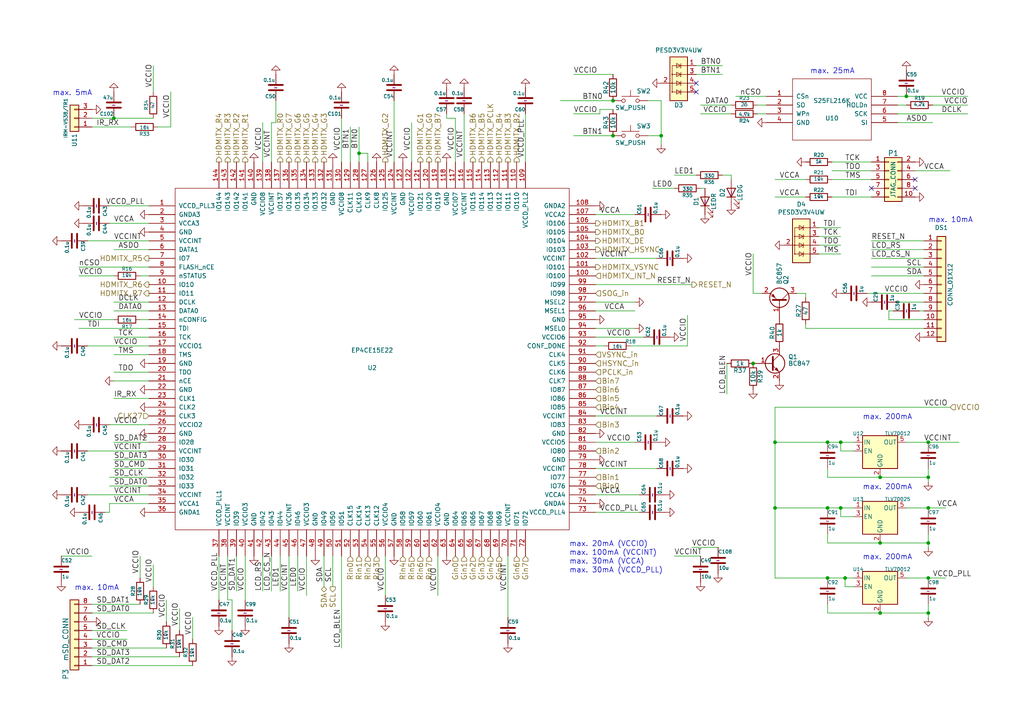
<source format=kicad_sch>
(kicad_sch (version 20211123) (generator eeschema)
  (paper "A4")
  (title_block (title "Open Source Scan Converter") (date "2023-05-18") (rev "1.8"))
  (junction (at 269.24 147.32))
  (junction (at 33.02 34.29))
  (junction (at 240.03 167.64))
  (junction (at 269.24 177.8))
  (junction (at 240.03 128.27))
  (junction (at 218.44 105.41))
  (junction (at 269.24 157.48))
  (junction (at 262.89 27.94))
  (junction (at 177.8 39.37))
  (junction (at 269.24 138.43))
  (junction (at 224.79 147.32))
  (junction (at 255.27 157.48))
  (junction (at 224.79 128.27))
  (junction (at 245.11 167.64))
  (junction (at 269.24 167.64))
  (junction (at 269.24 128.27))
  (junction (at 243.84 128.27))
  (junction (at 255.27 138.43))
  (junction (at 255.27 177.8))
  (junction (at 177.8 29.21))
  (junction (at 104.14 44.45))
  (junction (at 191.77 39.37))
  (junction (at 243.84 147.32))
  (junction (at 240.03 147.32))
  (no_connect (at 265.43 52.07))
  (no_connect (at 201.93 24.13))
  (no_connect (at 252.73 54.61))
  (no_connect (at 265.43 54.61))
  (no_connect (at 201.93 26.67))
  (wire (pts (xy 212.09 52.07) (xy 212.09 50.8)))
  (wire (pts (xy 172.72 120.65) (xy 190.5 120.65)))
  (wire (pts (xy 172.72 97.79) (xy 186.69 97.79)))
  (wire (pts (xy 247.65 147.32) (xy 243.84 147.32)))
  (wire (pts (xy 251.46 85.09) (xy 267.97 85.09)))
  (wire (pts (xy 267.97 90.17) (xy 266.7 90.17)))
  (wire (pts (xy 81.28 161.29) (xy 81.28 171.45)))
  (wire (pts (xy 218.44 73.66) (xy 218.44 85.09)))
  (wire (pts (xy 44.45 163.83) (xy 44.45 170.18)))
  (wire (pts (xy 21.59 92.71) (xy 33.02 92.71)))
  (wire (pts (xy 173.99 33.02) (xy 166.37 33.02)))
  (wire (pts (xy 269.24 154.94) (xy 269.24 157.48)))
  (wire (pts (xy 219.71 30.48) (xy 222.25 30.48)))
  (wire (pts (xy 233.68 95.25) (xy 267.97 95.25)))
  (wire (pts (xy 247.65 170.18) (xy 245.11 170.18)))
  (wire (pts (xy 184.15 90.17) (xy 172.72 90.17)))
  (wire (pts (xy 152.4 33.02) (xy 152.4 46.99)))
  (wire (pts (xy 243.84 147.32) (xy 243.84 149.86)))
  (wire (pts (xy 43.18 77.47) (xy 22.86 77.47)))
  (wire (pts (xy 26.67 182.88) (xy 36.83 182.88)))
  (wire (pts (xy 177.8 21.59) (xy 166.37 21.59)))
  (wire (pts (xy 33.02 107.95) (xy 43.18 107.95)))
  (wire (pts (xy 43.18 59.69) (xy 31.75 59.69)))
  (wire (pts (xy 40.64 161.29) (xy 40.64 167.64)))
  (wire (pts (xy 76.2 171.45) (xy 76.2 161.29)))
  (wire (pts (xy 224.79 128.27) (xy 240.03 128.27)))
  (wire (pts (xy 243.84 130.81) (xy 247.65 130.81)))
  (wire (pts (xy 33.02 97.79) (xy 43.18 97.79)))
  (wire (pts (xy 22.86 95.25) (xy 43.18 95.25)))
  (wire (pts (xy 26.67 161.29) (xy 17.78 161.29)))
  (wire (pts (xy 43.18 123.19) (xy 31.75 123.19)))
  (wire (pts (xy 177.8 31.75) (xy 173.99 31.75)))
  (wire (pts (xy 240.03 135.89) (xy 240.03 138.43)))
  (wire (pts (xy 26.67 36.83) (xy 38.1 36.83)))
  (wire (pts (xy 78.74 46.99) (xy 78.74 35.56)))
  (wire (pts (xy 104.14 44.45) (xy 106.68 44.45)))
  (wire (pts (xy 218.44 85.09) (xy 220.98 85.09)))
  (wire (pts (xy 233.68 93.98) (xy 233.68 95.25)))
  (wire (pts (xy 45.72 36.83) (xy 49.53 36.83)))
  (wire (pts (xy 40.64 92.71) (xy 43.18 92.71)))
  (wire (pts (xy 33.02 87.63) (xy 43.18 87.63)))
  (wire (pts (xy 252.73 69.85) (xy 267.97 69.85)))
  (wire (pts (xy 252.73 80.01) (xy 267.97 80.01)))
  (wire (pts (xy 210.82 105.41) (xy 210.82 114.3)))
  (wire (pts (xy 245.11 167.64) (xy 247.65 167.64)))
  (wire (pts (xy 172.72 82.55) (xy 200.66 82.55)))
  (wire (pts (xy 262.89 128.27) (xy 269.24 128.27)))
  (wire (pts (xy 195.58 161.29) (xy 203.2 161.29)))
  (wire (pts (xy 224.79 57.15) (xy 233.68 57.15)))
  (wire (pts (xy 243.84 128.27) (xy 243.84 130.81)))
  (wire (pts (xy 68.58 171.45) (xy 68.58 161.29)))
  (wire (pts (xy 104.14 44.45) (xy 104.14 36.83)))
  (wire (pts (xy 80.01 29.21) (xy 80.01 35.56)))
  (wire (pts (xy 99.06 34.29) (xy 99.06 46.99)))
  (wire (pts (xy 269.24 138.43) (xy 269.24 139.7)))
  (wire (pts (xy 71.12 161.29) (xy 71.12 173.99)))
  (wire (pts (xy 162.56 29.21) (xy 177.8 29.21)))
  (wire (pts (xy 31.75 138.43) (xy 43.18 138.43)))
  (wire (pts (xy 55.88 179.07) (xy 55.88 185.42)))
  (wire (pts (xy 224.79 167.64) (xy 240.03 167.64)))
  (wire (pts (xy 240.03 177.8) (xy 255.27 177.8)))
  (wire (pts (xy 199.39 91.44) (xy 199.39 100.33)))
  (wire (pts (xy 104.14 46.99) (xy 104.14 44.45)))
  (wire (pts (xy 26.67 175.26) (xy 40.64 175.26)))
  (wire (pts (xy 241.3 52.07) (xy 252.73 52.07)))
  (wire (pts (xy 172.72 148.59) (xy 185.42 148.59)))
  (wire (pts (xy 129.54 34.29) (xy 132.08 34.29)))
  (wire (pts (xy 31.75 146.05) (xy 43.18 146.05)))
  (wire (pts (xy 252.73 74.93) (xy 267.97 74.93)))
  (wire (pts (xy 240.03 167.64) (xy 245.11 167.64)))
  (wire (pts (xy 26.67 34.29) (xy 33.02 34.29)))
  (wire (pts (xy 172.72 62.23) (xy 184.15 62.23)))
  (wire (pts (xy 224.79 147.32) (xy 224.79 167.64)))
  (wire (pts (xy 44.45 19.05) (xy 44.45 26.67)))
  (wire (pts (xy 172.72 100.33) (xy 175.26 100.33)))
  (wire (pts (xy 52.07 176.53) (xy 52.07 182.88)))
  (wire (pts (xy 262.89 167.64) (xy 269.24 167.64)))
  (wire (pts (xy 209.55 21.59) (xy 201.93 21.59)))
  (wire (pts (xy 262.89 30.48) (xy 260.35 30.48)))
  (wire (pts (xy 114.3 29.21) (xy 114.3 46.99)))
  (wire (pts (xy 260.35 33.02) (xy 280.67 33.02)))
  (wire (pts (xy 243.84 71.12) (xy 237.49 71.12)))
  (wire (pts (xy 43.18 140.97) (xy 31.75 140.97)))
  (wire (pts (xy 48.26 173.99) (xy 48.26 180.34)))
  (wire (pts (xy 129.54 34.29) (xy 129.54 33.02)))
  (wire (pts (xy 270.51 30.48) (xy 280.67 30.48)))
  (wire (pts (xy 267.97 92.71) (xy 257.81 92.71)))
  (wire (pts (xy 172.72 135.89) (xy 190.5 135.89)))
  (wire (pts (xy 31.75 148.59) (xy 30.48 148.59)))
  (wire (pts (xy 184.15 87.63) (xy 172.72 87.63)))
  (wire (pts (xy 255.27 157.48) (xy 269.24 157.48)))
  (wire (pts (xy 269.24 157.48) (xy 269.24 158.75)))
  (wire (pts (xy 172.72 128.27) (xy 184.15 128.27)))
  (wire (pts (xy 80.01 35.56) (xy 78.74 35.56)))
  (wire (pts (xy 252.73 77.47) (xy 267.97 77.47)))
  (wire (pts (xy 260.35 27.94) (xy 262.89 27.94)))
  (wire (pts (xy 25.4 100.33) (xy 43.18 100.33)))
  (wire (pts (xy 22.86 80.01) (xy 33.02 80.01)))
  (wire (pts (xy 93.98 170.18) (xy 93.98 161.29)))
  (wire (pts (xy 255.27 177.8) (xy 269.24 177.8)))
  (wire (pts (xy 240.03 138.43) (xy 255.27 138.43)))
  (wire (pts (xy 25.4 143.51) (xy 43.18 143.51)))
  (wire (pts (xy 224.79 118.11) (xy 224.79 128.27)))
  (wire (pts (xy 200.66 158.75) (xy 208.28 158.75)))
  (wire (pts (xy 189.23 54.61) (xy 195.58 54.61)))
  (wire (pts (xy 259.08 90.17) (xy 257.81 90.17)))
  (wire (pts (xy 269.24 177.8) (xy 269.24 179.07)))
  (wire (pts (xy 172.72 74.93) (xy 190.5 74.93)))
  (wire (pts (xy 191.77 39.37) (xy 187.96 39.37)))
  (wire (pts (xy 25.4 69.85) (xy 43.18 69.85)))
  (wire (pts (xy 231.14 85.09) (xy 233.68 85.09)))
  (wire (pts (xy 204.47 54.61) (xy 203.2 54.61)))
  (wire (pts (xy 247.65 128.27) (xy 243.84 128.27)))
  (wire (pts (xy 172.72 143.51) (xy 185.42 143.51)))
  (wire (pts (xy 33.02 115.57) (xy 43.18 115.57)))
  (wire (pts (xy 265.43 49.53) (xy 275.59 49.53)))
  (wire (pts (xy 240.03 154.94) (xy 240.03 157.48)))
  (wire (pts (xy 127 161.29) (xy 127 172.72)))
  (wire (pts (xy 26.67 193.04) (xy 55.88 193.04)))
  (wire (pts (xy 212.09 33.02) (xy 203.2 33.02)))
  (wire (pts (xy 240.03 175.26) (xy 240.03 177.8)))
  (wire (pts (xy 233.68 85.09) (xy 233.68 86.36)))
  (wire (pts (xy 195.58 50.8) (xy 201.93 50.8)))
  (wire (pts (xy 224.79 52.07) (xy 233.68 52.07)))
  (wire (pts (xy 26.67 177.8) (xy 44.45 177.8)))
  (wire (pts (xy 67.31 173.99) (xy 67.31 182.88)))
  (wire (pts (xy 262.89 27.94) (xy 280.67 27.94)))
  (wire (pts (xy 224.79 118.11) (xy 275.59 118.11)))
  (wire (pts (xy 203.2 30.48) (xy 212.09 30.48)))
  (wire (pts (xy 78.74 171.45) (xy 78.74 161.29)))
  (wire (pts (xy 269.24 128.27) (xy 278.13 128.27)))
  (wire (pts (xy 26.67 190.5) (xy 52.07 190.5)))
  (wire (pts (xy 243.84 149.86) (xy 247.65 149.86)))
  (wire (pts (xy 269.24 167.64) (xy 274.32 167.64)))
  (wire (pts (xy 191.77 29.21) (xy 191.77 39.37)))
  (wire (pts (xy 224.79 128.27) (xy 224.79 147.32)))
  (wire (pts (xy 43.18 135.89) (xy 33.02 135.89)))
  (wire (pts (xy 240.03 147.32) (xy 243.84 147.32)))
  (wire (pts (xy 243.84 73.66) (xy 237.49 73.66)))
  (wire (pts (xy 166.37 39.37) (xy 177.8 39.37)))
  (wire (pts (xy 182.88 100.33) (xy 199.39 100.33)))
  (wire (pts (xy 66.04 173.99) (xy 67.31 173.99)))
  (wire (pts (xy 213.36 27.94) (xy 222.25 27.94)))
  (wire (pts (xy 241.3 49.53) (xy 252.73 49.53)))
  (wire (pts (xy 88.9 161.29) (xy 88.9 172.72)))
  (wire (pts (xy 43.18 133.35) (xy 33.02 133.35)))
  (wire (pts (xy 243.84 68.58) (xy 237.49 68.58)))
  (wire (pts (xy 99.06 161.29) (xy 99.06 187.96)))
  (wire (pts (xy 33.02 90.17) (xy 43.18 90.17)))
  (wire (pts (xy 147.32 161.29) (xy 147.32 179.07)))
  (wire (pts (xy 86.36 161.29) (xy 86.36 171.45)))
  (wire (pts (xy 260.35 87.63) (xy 267.97 87.63)))
  (wire (pts (xy 33.02 34.29) (xy 44.45 34.29)))
  (wire (pts (xy 257.81 92.71) (xy 257.81 90.17)))
  (wire (pts (xy 252.73 72.39) (xy 267.97 72.39)))
  (wire (pts (xy 241.3 57.15) (xy 252.73 57.15)))
  (wire (pts (xy 111.76 161.29) (xy 111.76 172.72)))
  (wire (pts (xy 96.52 161.29) (xy 96.52 170.18)))
  (wire (pts (xy 269.24 175.26) (xy 269.24 177.8)))
  (wire (pts (xy 173.99 31.75) (xy 173.99 33.02)))
  (wire (pts (xy 270.51 35.56) (xy 260.35 35.56)))
  (wire (pts (xy 269.24 147.32) (xy 274.32 147.32)))
  (wire (pts (xy 222.25 33.02) (xy 219.71 33.02)))
  (wire (pts (xy 224.79 147.32) (xy 240.03 147.32)))
  (wire (pts (xy 66.04 161.29) (xy 66.04 173.99)))
  (wire (pts (xy 106.68 44.45) (xy 106.68 46.99)))
  (wire (pts (xy 33.02 110.49) (xy 43.18 110.49)))
  (wire (pts (xy 134.62 33.02) (xy 134.62 46.99)))
  (wire (pts (xy 43.18 80.01) (xy 40.64 80.01)))
  (wire (pts (xy 31.75 64.77) (xy 43.18 64.77)))
  (wire (pts (xy 33.02 72.39) (xy 43.18 72.39)))
  (wire (pts (xy 241.3 46.99) (xy 252.73 46.99)))
  (wire (pts (xy 212.09 50.8) (xy 209.55 50.8)))
  (wire (pts (xy 269.24 135.89) (xy 269.24 138.43)))
  (wire (pts (xy 83.82 161.29) (xy 83.82 179.07)))
  (wire (pts (xy 43.18 128.27) (xy 33.02 128.27)))
  (wire (pts (xy 240.03 128.27) (xy 243.84 128.27)))
  (wire (pts (xy 245.11 170.18) (xy 245.11 167.64)))
  (wire (pts (xy 187.96 29.21) (xy 191.77 29.21)))
  (wire (pts (xy 63.5 161.29) (xy 63.5 173.99)))
  (wire (pts (xy 184.15 95.25) (xy 172.72 95.25)))
  (wire (pts (xy 25.4 130.81) (xy 43.18 130.81)))
  (wire (pts (xy 26.67 187.96) (xy 48.26 187.96)))
  (wire (pts (xy 101.6 46.99) (xy 101.6 36.83)))
  (wire (pts (xy 31.75 146.05) (xy 31.75 148.59)))
  (wire (pts (xy 26.67 185.42) (xy 36.83 185.42)))
  (wire (pts (xy 262.89 147.32) (xy 269.24 147.32)))
  (wire (pts (xy 240.03 157.48) (xy 255.27 157.48)))
  (wire (pts (xy 255.27 138.43) (xy 269.24 138.43)))
  (wire (pts (xy 49.53 26.67) (xy 49.53 36.83)))
  (wire (pts (xy 119.38 46.99) (xy 119.38 35.56)))
  (wire (pts (xy 76.2 46.99) (xy 76.2 35.56)))
  (wire (pts (xy 191.77 39.37) (xy 191.77 41.91)))
  (wire (pts (xy 132.08 34.29) (xy 132.08 46.99)))
  (wire (pts (xy 243.84 66.04) (xy 237.49 66.04)))
  (wire (pts (xy 33.02 102.87) (xy 43.18 102.87)))
  (wire (pts (xy 209.55 19.05) (xy 201.93 19.05)))
  (text "max. 200mA" (at 250.19 142.24 0) (effects (font (size 1.524 1.524)) (justify left bottom)))
  (text "max. 200mA" (at 250.19 162.56 0) (effects (font (size 1.524 1.524)) (justify left bottom)))
  (text "max. 10mA" (at 269.24 64.77 0) (effects (font (size 1.524 1.524)) (justify left bottom)))
  (text "max. 100mA (VCCINT)" (at 165.1 161.29 0) (effects (font (size 1.524 1.524)) (justify left bottom)))
  (text "max. 25mA" (at 234.95 21.59 0) (effects (font (size 1.524 1.524)) (justify left bottom)))
  (text "max. 20mA (VCCIO)" (at 165.1 158.75 0) (effects (font (size 1.524 1.524)) (justify left bottom)))
  (text "max. 5mA" (at 15.24 27.94 0) (effects (font (size 1.524 1.524)) (justify left bottom)))
  (text "max. 30mA (VCCD_PLL)" (at 165.1 166.37 0) (effects (font (size 1.524 1.524)) (justify left bottom)))
  (text "max. 200mA" (at 250.19 121.92 0) (effects (font (size 1.524 1.524)) (justify left bottom)))
  (text "max. 30mA (VCCA)" (at 165.1 163.83 0) (effects (font (size 1.524 1.524)) (justify left bottom)))
  (text "max. 10mA" (at 21.59 171.45 0) (effects (font (size 1.524 1.524)) (justify left bottom)))
  (label "VCCIO" (at 280.67 30.48 180) (effects (font (size 1.524 1.524))))
  (label "LCD_CS_N" (at 78.74 171.45 90) (effects (font (size 1.524 1.524))))
  (label "SD_CLK" (at 27.94 182.88 0) (effects (font (size 1.524 1.524))))
  (label "VCCA" (at 173.99 62.23 0) (effects (font (size 1.524 1.524))))
  (label "VCCD_PLL" (at 152.4 45.72 90) (effects (font (size 1.524 1.524))))
  (label "DCLK" (at 34.29 87.63 0) (effects (font (size 1.524 1.524))))
  (label "TCK" (at 245.11 46.99 0) (effects (font (size 1.524 1.524))))
  (label "SD_CLK" (at 33.02 138.43 0) (effects (font (size 1.524 1.524))))
  (label "SDA" (at 262.89 80.01 0) (effects (font (size 1.524 1.524))))
  (label "TDO" (at 245.11 49.53 0) (effects (font (size 1.524 1.524))))
  (label "VCCIO" (at 49.53 34.29 90) (effects (font (size 1.524 1.524))))
  (label "VCCIO" (at 182.88 97.79 180) (effects (font (size 1.524 1.524))))
  (label "TDI" (at 25.4 95.25 0) (effects (font (size 1.524 1.524))))
  (label "VCCIO" (at 19.05 161.29 0) (effects (font (size 1.524 1.524))))
  (label "DATA0" (at 34.29 90.17 0) (effects (font (size 1.524 1.524))))
  (label "IR_RX" (at 33.02 115.57 0) (effects (font (size 1.524 1.524))))
  (label "LCD_RS" (at 252.73 72.39 0) (effects (font (size 1.524 1.524))))
  (label "SD_DAT3" (at 27.94 190.5 0) (effects (font (size 1.524 1.524))))
  (label "ASDO" (at 34.29 72.39 0) (effects (font (size 1.524 1.524))))
  (label "TDO" (at 34.29 107.95 0) (effects (font (size 1.524 1.524))))
  (label "VCCINT" (at 173.99 74.93 0) (effects (font (size 1.524 1.524))))
  (label "VCCINT" (at 83.82 171.45 90) (effects (font (size 1.524 1.524))))
  (label "LCD_RS" (at 76.2 171.45 90) (effects (font (size 1.524 1.524))))
  (label "VCCIO" (at 52.07 181.61 90) (effects (font (size 1.524 1.524))))
  (label "VCCINT" (at 134.62 45.72 90) (effects (font (size 1.524 1.524))))
  (label "VCCIO" (at 210.82 33.02 180) (effects (font (size 1.524 1.524))))
  (label "nCSO" (at 214.63 27.94 0) (effects (font (size 1.524 1.524))))
  (label "BTN1" (at 168.91 39.37 0) (effects (font (size 1.524 1.524))))
  (label "VCCINT" (at 33.02 69.85 0) (effects (font (size 1.524 1.524))))
  (label "TDI" (at 245.11 57.15 0) (effects (font (size 1.524 1.524))))
  (label "LCD_CS_N" (at 252.73 74.93 0) (effects (font (size 1.524 1.524))))
  (label "VCCIO" (at 132.08 36.83 270) (effects (font (size 1.524 1.524))))
  (label "VCCA" (at 33.02 64.77 0) (effects (font (size 1.524 1.524))))
  (label "VCCIO" (at 22.86 80.01 0) (effects (font (size 1.524 1.524))))
  (label "VCCIO" (at 256.54 85.09 0) (effects (font (size 1.524 1.524))))
  (label "VCCIO" (at 22.86 92.71 0) (effects (font (size 1.524 1.524))))
  (label "nCSO" (at 22.86 77.47 0) (effects (font (size 1.524 1.524))))
  (label "VCCINT" (at 173.99 135.89 0) (effects (font (size 1.524 1.524))))
  (label "SD_DAT2" (at 33.02 128.27 0) (effects (font (size 1.524 1.524))))
  (label "LCD_BLEN" (at 99.06 187.96 90) (effects (font (size 1.524 1.524))))
  (label "TCK" (at 34.29 97.79 0) (effects (font (size 1.524 1.524))))
  (label "LED0" (at 189.23 54.61 0) (effects (font (size 1.524 1.524))))
  (label "VCCIO" (at 44.45 168.91 90) (effects (font (size 1.524 1.524))))
  (label "VCCIO" (at 44.45 25.4 90) (effects (font (size 1.524 1.524))))
  (label "VCCA" (at 173.99 143.51 0) (effects (font (size 1.524 1.524))))
  (label "VCCA" (at 226.06 57.15 0) (effects (font (size 1.524 1.524))))
  (label "TDI" (at 238.76 66.04 0) (effects (font (size 1.524 1.524))))
  (label "BTN0" (at 203.2 19.05 0) (effects (font (size 1.524 1.524))))
  (label "VCCIO" (at 182.88 128.27 180) (effects (font (size 1.524 1.524))))
  (label "RESET_N" (at 190.5 82.55 0) (effects (font (size 1.524 1.524))))
  (label "SD_DAT0" (at 33.02 140.97 0) (effects (font (size 1.524 1.524))))
  (label "VCCA" (at 267.97 49.53 0) (effects (font (size 1.524 1.524))))
  (label "VCCINT" (at 195.58 161.29 0) (effects (font (size 1.524 1.524))))
  (label "TDO" (at 238.76 71.12 0) (effects (font (size 1.524 1.524))))
  (label "VCCIO" (at 273.05 27.94 0) (effects (font (size 1.524 1.524))))
  (label "VCCINT" (at 114.3 45.72 90) (effects (font (size 1.524 1.524))))
  (label "BTN1" (at 203.2 21.59 0) (effects (font (size 1.524 1.524))))
  (label "VCCA" (at 33.02 146.05 0) (effects (font (size 1.524 1.524))))
  (label "SD_DAT0" (at 27.94 177.8 0) (effects (font (size 1.524 1.524))))
  (label "SDA" (at 93.98 168.91 90) (effects (font (size 1.524 1.524))))
  (label "VCCIO" (at 166.37 33.02 0) (effects (font (size 1.524 1.524))))
  (label "VCCIO" (at 111.76 171.45 90) (effects (font (size 1.524 1.524))))
  (label "VCCIO" (at 55.88 184.15 90) (effects (font (size 1.524 1.524))))
  (label "DATA0" (at 204.47 30.48 0) (effects (font (size 1.524 1.524))))
  (label "VCCD_PLL" (at 270.51 167.64 0) (effects (font (size 1.524 1.524))))
  (label "SD_DAT2" (at 27.94 193.04 0) (effects (font (size 1.524 1.524))))
  (label "TCK" (at 238.76 68.58 0) (effects (font (size 1.524 1.524))))
  (label "LED1" (at 81.28 170.18 90) (effects (font (size 1.524 1.524))))
  (label "SCL" (at 96.52 168.91 90) (effects (font (size 1.524 1.524))))
  (label "VCCIO" (at 127 171.45 90) (effects (font (size 1.524 1.524))))
  (label "TMS" (at 245.11 52.07 0) (effects (font (size 1.524 1.524))))
  (label "SCL" (at 262.89 77.47 0) (effects (font (size 1.524 1.524))))
  (label "VCCIO" (at 48.26 179.07 90) (effects (font (size 1.524 1.524))))
  (label "VCCIO" (at 33.02 100.33 0) (effects (font (size 1.524 1.524))))
  (label "VCCIO" (at 33.02 123.19 0) (effects (font (size 1.524 1.524))))
  (label "SD_DAT1" (at 68.58 171.45 90) (effects (font (size 1.524 1.524))))
  (label "VCCINT" (at 173.99 120.65 0) (effects (font (size 1.524 1.524))))
  (label "TMS" (at 238.76 73.66 0) (effects (font (size 1.524 1.524))))
  (label "VCCD_PLL" (at 173.99 148.59 0) (effects (font (size 1.524 1.524))))
  (label "VCCIO" (at 27.94 185.42 0) (effects (font (size 1.524 1.524))))
  (label "SD_CMD" (at 33.02 135.89 0) (effects (font (size 1.524 1.524))))
  (label "VCCINT" (at 147.32 171.45 90) (effects (font (size 1.524 1.524))))
  (label "VCCD_PLL" (at 41.91 59.69 180) (effects (font (size 1.524 1.524))))
  (label "LED1" (at 195.58 50.8 0) (effects (font (size 1.524 1.524))))
  (label "VCCINT" (at 78.74 45.72 90) (effects (font (size 1.524 1.524))))
  (label "VCCIO" (at 76.2 36.83 270) (effects (font (size 1.524 1.524))))
  (label "LCD_BLEN" (at 210.82 114.3 90) (effects (font (size 1.524 1.524))))
  (label "VCCINT" (at 267.97 128.27 0) (effects (font (size 1.524 1.524))))
  (label "VCCA" (at 175.26 90.17 0) (effects (font (size 1.524 1.524))))
  (label "BTN0" (at 168.91 29.21 0) (effects (font (size 1.524 1.524))))
  (label "VCCINT" (at 33.02 130.81 0) (effects (font (size 1.524 1.524))))
  (label "VCCIO" (at 166.37 21.59 0) (effects (font (size 1.524 1.524))))
  (label "VCCINT" (at 66.04 171.45 90) (effects (font (size 1.524 1.524))))
  (label "VCCIO" (at 218.44 80.01 90) (effects (font (size 1.524 1.524))))
  (label "ASDO" (at 262.89 35.56 0) (effects (font (size 1.524 1.524))))
  (label "VCCIO" (at 99.06 36.83 270) (effects (font (size 1.524 1.524))))
  (label "BTN0" (at 104.14 43.18 90) (effects (font (size 1.524 1.524))))
  (label "VCCIO" (at 88.9 171.45 90) (effects (font (size 1.524 1.524))))
  (label "SD_DAT1" (at 27.94 175.26 0) (effects (font (size 1.524 1.524))))
  (label "LED0" (at 86.36 170.18 90) (effects (font (size 1.524 1.524))))
  (label "VCCIO" (at 199.39 99.06 90) (effects (font (size 1.524 1.524))))
  (label "TMS" (at 34.29 102.87 0) (effects (font (size 1.524 1.524))))
  (label "DCLK" (at 273.05 33.02 0) (effects (font (size 1.524 1.524))))
  (label "IR_RX" (at 27.94 36.83 0) (effects (font (size 1.524 1.524))))
  (label "BTN1" (at 101.6 43.18 90) (effects (font (size 1.524 1.524))))
  (label "VCCIO" (at 71.12 171.45 90) (effects (font (size 1.524 1.524))))
  (label "VCCA" (at 226.06 52.07 0) (effects (font (size 1.524 1.524))))
  (label "VCCA" (at 271.78 147.32 0) (effects (font (size 1.524 1.524))))
  (label "SD_CMD" (at 27.94 187.96 0) (effects (font (size 1.524 1.524))))
  (label "VCCIO" (at 200.66 158.75 0) (effects (font (size 1.524 1.524))))
  (label "RESET_N" (at 252.73 69.85 0) (effects (font (size 1.524 1.524))))
  (label "VCCINT" (at 33.02 143.51 0) (effects (font (size 1.524 1.524))))
  (label "VCCIO" (at 40.64 166.37 90) (effects (font (size 1.524 1.524))))
  (label "SD_DAT3" (at 33.02 133.35 0) (effects (font (size 1.524 1.524))))
  (label "VCCIO" (at 267.97 118.11 0) (effects (font (size 1.524 1.524))))
  (label "VCCD_PLL" (at 63.5 171.45 90) (effects (font (size 1.524 1.524))))
  (label "VCCIO" (at 119.38 36.83 270) (effects (font (size 1.524 1.524))))
  (hierarchical_label "HDMITX_B0" (shape output) (at 172.72 67.31 0) (effects (font (size 1.524 1.524))))
  (hierarchical_label "HDMITX_B4" (shape output) (at 144.78 46.99 90) (effects (font (size 1.524 1.524))))
  (hierarchical_label "Rin3" (shape input) (at 109.22 161.29 270) (effects (font (size 1.524 1.524))))
  (hierarchical_label "HDMITX_B7" (shape output) (at 127 46.99 90) (effects (font (size 1.524 1.524))))
  (hierarchical_label "HDMITX_DE" (shape output) (at 172.72 69.85 0) (effects (font (size 1.524 1.524))))
  (hierarchical_label "HDMITX_VSYNC" (shape output) (at 172.72 77.47 0) (effects (font (size 1.524 1.524))))
  (hierarchical_label "HDMITX_PCLK" (shape output) (at 142.24 46.99 90) (effects (font (size 1.524 1.524))))
  (hierarchical_label "Rin2" (shape input) (at 106.68 161.29 270) (effects (font (size 1.524 1.524))))
  (hierarchical_label "Gin4" (shape input) (at 142.24 161.29 270) (effects (font (size 1.524 1.524))))
  (hierarchical_label "Bin0" (shape input) (at 172.72 140.97 0) (effects (font (size 1.524 1.524))))
  (hierarchical_label "PCLK_in" (shape input) (at 172.72 107.95 0) (effects (font (size 1.524 1.524))))
  (hierarchical_label "SOG_in" (shape input) (at 172.72 85.09 0) (effects (font (size 1.524 1.524))))
  (hierarchical_label "HDMITX_G2" (shape output) (at 111.76 46.99 90) (effects (font (size 1.524 1.524))))
  (hierarchical_label "HDMITX_G5" (shape output) (at 88.9 46.99 90) (effects (font (size 1.524 1.524))))
  (hierarchical_label "Bin1" (shape input) (at 172.72 138.43 0) (effects (font (size 1.524 1.524))))
  (hierarchical_label "SDA" (shape bidirectional) (at 93.98 170.18 270) (effects (font (size 1.524 1.524))))
  (hierarchical_label "HDMITX_G6" (shape output) (at 86.36 46.99 90) (effects (font (size 1.524 1.524))))
  (hierarchical_label "HDMITX_B3" (shape output) (at 147.32 46.99 90) (effects (font (size 1.524 1.524))))
  (hierarchical_label "CLK27" (shape input) (at 43.18 120.65 180) (effects (font (size 1.524 1.524))))
  (hierarchical_label "Gin2" (shape input) (at 137.16 161.29 270) (effects (font (size 1.524 1.524))))
  (hierarchical_label "Bin3" (shape input) (at 172.72 123.19 0) (effects (font (size 1.524 1.524))))
  (hierarchical_label "Gin5" (shape input) (at 144.78 161.29 270) (effects (font (size 1.524 1.524))))
  (hierarchical_label "HDMITX_G0" (shape output) (at 124.46 46.99 90) (effects (font (size 1.524 1.524))))
  (hierarchical_label "Gin3" (shape input) (at 139.7 161.29 270) (effects (font (size 1.524 1.524))))
  (hierarchical_label "HDMITX_R5" (shape output) (at 43.18 74.93 180) (effects (font (size 1.524 1.524))))
  (hierarchical_label "Bin5" (shape input) (at 172.72 115.57 0) (effects (font (size 1.524 1.524))))
  (hierarchical_label "Bin2" (shape input) (at 172.72 130.81 0) (effects (font (size 1.524 1.524))))
  (hierarchical_label "HDMITX_G1" (shape output) (at 121.92 46.99 90) (effects (font (size 1.524 1.524))))
  (hierarchical_label "HDMITX_R2" (shape output) (at 68.58 46.99 90) (effects (font (size 1.524 1.524))))
  (hierarchical_label "Gin6" (shape input) (at 149.86 161.29 270) (effects (font (size 1.524 1.524))))
  (hierarchical_label "SCL" (shape output) (at 96.52 170.18 270) (effects (font (size 1.524 1.524))))
  (hierarchical_label "HDMITX_B2" (shape output) (at 149.86 46.99 90) (effects (font (size 1.524 1.524))))
  (hierarchical_label "Rin5" (shape input) (at 119.38 161.29 270) (effects (font (size 1.524 1.524))))
  (hierarchical_label "Rin7" (shape input) (at 124.46 161.29 270) (effects (font (size 1.524 1.524))))
  (hierarchical_label "Rin0" (shape input) (at 101.6 161.29 270) (effects (font (size 1.524 1.524))))
  (hierarchical_label "HDMITX_R0" (shape output) (at 81.28 46.99 90) (effects (font (size 1.524 1.524))))
  (hierarchical_label "HDMITX_R7" (shape output) (at 43.18 85.09 180) (effects (font (size 1.524 1.524))))
  (hierarchical_label "Rin4" (shape input) (at 116.84 161.29 270) (effects (font (size 1.524 1.524))))
  (hierarchical_label "Gin7" (shape input) (at 152.4 161.29 270) (effects (font (size 1.524 1.524))))
  (hierarchical_label "HDMITX_B6" (shape output) (at 137.16 46.99 90) (effects (font (size 1.524 1.524))))
  (hierarchical_label "Bin7" (shape input) (at 172.72 110.49 0) (effects (font (size 1.524 1.524))))
  (hierarchical_label "HDMITX_G7" (shape output) (at 83.82 46.99 90) (effects (font (size 1.524 1.524))))
  (hierarchical_label "VCCIO" (shape input) (at 275.59 118.11 0) (effects (font (size 1.524 1.524))))
  (hierarchical_label "HDMITX_INT_N" (shape input) (at 172.72 80.01 0) (effects (font (size 1.524 1.524))))
  (hierarchical_label "HSYNC_in" (shape input) (at 172.72 105.41 0) (effects (font (size 1.524 1.524))))
  (hierarchical_label "HDMITX_R6" (shape output) (at 43.18 82.55 180) (effects (font (size 1.524 1.524))))
  (hierarchical_label "HDMITX_B5" (shape output) (at 139.7 46.99 90) (effects (font (size 1.524 1.524))))
  (hierarchical_label "VSYNC_in" (shape input) (at 172.72 102.87 0) (effects (font (size 1.524 1.524))))
  (hierarchical_label "HDMITX_R1" (shape output) (at 71.12 46.99 90) (effects (font (size 1.524 1.524))))
  (hierarchical_label "HDMITX_B1" (shape output) (at 172.72 64.77 0) (effects (font (size 1.524 1.524))))
  (hierarchical_label "HDMITX_R3" (shape output) (at 66.04 46.99 90) (effects (font (size 1.524 1.524))))
  (hierarchical_label "HDMITX_HSYNC" (shape output) (at 172.72 72.39 0) (effects (font (size 1.524 1.524))))
  (hierarchical_label "Gin0" (shape input) (at 132.08 161.29 270) (effects (font (size 1.524 1.524))))
  (hierarchical_label "HDMITX_R4" (shape output) (at 63.5 46.99 90) (effects (font (size 1.524 1.524))))
  (hierarchical_label "RESET_N" (shape output) (at 200.66 82.55 0) (effects (font (size 1.524 1.524))))
  (hierarchical_label "Bin6" (shape input) (at 172.72 113.03 0) (effects (font (size 1.524 1.524))))
  (hierarchical_label "Gin1" (shape input) (at 134.62 161.29 270) (effects (font (size 1.524 1.524))))
  (hierarchical_label "Bin4" (shape input) (at 172.72 118.11 0) (effects (font (size 1.524 1.524))))
  (hierarchical_label "Rin6" (shape input) (at 121.92 161.29 270) (effects (font (size 1.524 1.524))))
  (hierarchical_label "HDMITX_G4" (shape output) (at 91.44 46.99 90) (effects (font (size 1.524 1.524))))
  (hierarchical_label "HDMITX_G3" (shape output) (at 93.98 46.99 90) (effects (font (size 1.524 1.524))))
  (hierarchical_label "Rin1" (shape input) (at 104.14 161.29 270) (effects (font (size 1.524 1.524))))
  (symbol (lib_id "Device:C") (at 27.94 59.69 270) (unit 1)
    (property "Reference" "C43" (at 30.48 59.69 0) (effects (font (size 1.016 1.016)) (justify left)))
    (property "Value" "0.1u" (at 25.781 59.8424 0) (effects (font (size 1.016 1.016)) (justify left)))
    (property "Footprint" "custom_components:SM0603_Capa_libcms" (effects hide))
    (property "Datasheet" "~" (at 27.94 59.69 0) (effects (font (size 1.524 1.524))))
  )
  (symbol (lib_id "power:GND") (at 24.13 59.69 270) (unit 1)
    (property "Reference" "#PWR020" (effects hide))
    (property "Value" "GND" (effects hide))
  )
  (symbol (lib_id "Device:C") (at 27.94 64.77 270) (unit 1)
    (property "Reference" "C44" (at 30.48 64.77 0) (effects (font (size 1.016 1.016)) (justify left)))
    (property "Value" "0.1u" (at 25.781 64.9224 0) (effects (font (size 1.016 1.016)) (justify left)))
    (property "Footprint" "custom_components:SM0603_Capa_libcms" (effects hide))
    (property "Datasheet" "~" (at 27.94 64.77 0) (effects (font (size 1.524 1.524))))
  )
  (symbol (lib_id "power:GND") (at 24.13 64.77 270) (unit 1)
    (property "Reference" "#PWR021" (effects hide))
    (property "Value" "GND" (effects hide))
  )
  (symbol (lib_id "Device:C") (at 21.59 100.33 270) (unit 1)
    (property "Reference" "C40" (at 24.13 100.33 0) (effects (font (size 1.016 1.016)) (justify left)))
    (property "Value" "0.1u" (at 19.431 100.4824 0) (effects (font (size 1.016 1.016)) (justify left)))
    (property "Footprint" "custom_components:SM0603_Capa_libcms" (effects hide))
    (property "Datasheet" "~" (at 21.59 100.33 0) (effects (font (size 1.524 1.524))))
  )
  (symbol (lib_id "power:GND") (at 17.78 100.33 270) (unit 1)
    (property "Reference" "#PWR022" (effects hide))
    (property "Value" "GND" (effects hide))
  )
  (symbol (lib_id "Device:C") (at 27.94 123.19 270) (unit 1)
    (property "Reference" "C45" (at 30.48 123.19 0) (effects (font (size 1.016 1.016)) (justify left)))
    (property "Value" "0.1u" (at 25.781 123.3424 0) (effects (font (size 1.016 1.016)) (justify left)))
    (property "Footprint" "custom_components:SM0603_Capa_libcms" (effects hide))
    (property "Datasheet" "~" (at 27.94 123.19 0) (effects (font (size 1.524 1.524))))
  )
  (symbol (lib_id "power:GND") (at 24.13 123.19 270) (unit 1)
    (property "Reference" "#PWR023" (effects hide))
    (property "Value" "GND" (effects hide))
  )
  (symbol (lib_id "Device:C") (at 26.67 148.59 270) (unit 1)
    (property "Reference" "C46" (at 29.21 148.59 0) (effects (font (size 1.016 1.016)) (justify left)))
    (property "Value" "0.1u" (at 24.511 148.7424 0) (effects (font (size 1.016 1.016)) (justify left)))
    (property "Footprint" "custom_components:SM0603_Capa_libcms" (effects hide))
    (property "Datasheet" "~" (at 26.67 148.59 0) (effects (font (size 1.524 1.524))))
  )
  (symbol (lib_id "power:GND") (at 22.86 148.59 270) (unit 1)
    (property "Reference" "#PWR024" (effects hide))
    (property "Value" "GND" (effects hide))
  )
  (symbol (lib_id "Device:C") (at 63.5 177.8 0) (unit 1)
    (property "Reference" "C47" (at 63.5 175.26 0) (effects (font (size 1.016 1.016)) (justify left)))
    (property "Value" "0.1u" (at 63.6524 179.959 0) (effects (font (size 1.016 1.016)) (justify left)))
    (property "Footprint" "custom_components:SM0603_Capa_libcms" (effects hide))
    (property "Datasheet" "~" (at 63.5 177.8 0) (effects (font (size 1.524 1.524))))
  )
  (symbol (lib_id "power:GND") (at 63.5 181.61 0) (unit 1)
    (property "Reference" "#PWR025" (effects hide))
    (property "Value" "GND" (effects hide))
  )
  (symbol (lib_id "Device:C") (at 189.23 148.59 90) (unit 1)
    (property "Reference" "C65" (at 186.69 148.59 0) (effects (font (size 1.016 1.016)) (justify left)))
    (property "Value" "0.1u" (at 191.389 148.4376 0) (effects (font (size 1.016 1.016)) (justify left)))
    (property "Footprint" "custom_components:SM0603_Capa_libcms" (effects hide))
    (property "Datasheet" "~" (at 189.23 148.59 0) (effects (font (size 1.524 1.524))))
  )
  (symbol (lib_id "power:GND") (at 193.04 148.59 90) (unit 1)
    (property "Reference" "#PWR026" (effects hide))
    (property "Value" "GND" (effects hide))
  )
  (symbol (lib_id "Device:C") (at 189.23 143.51 90) (unit 1)
    (property "Reference" "C64" (at 186.69 143.51 0) (effects (font (size 1.016 1.016)) (justify left)))
    (property "Value" "0.1u" (at 191.389 143.3576 0) (effects (font (size 1.016 1.016)) (justify left)))
    (property "Footprint" "custom_components:SM0603_Capa_libcms" (effects hide))
    (property "Datasheet" "~" (at 189.23 143.51 0) (effects (font (size 1.524 1.524))))
  )
  (symbol (lib_id "power:GND") (at 193.04 143.51 90) (unit 1)
    (property "Reference" "#PWR027" (effects hide))
    (property "Value" "GND" (effects hide))
  )
  (symbol (lib_id "Device:C") (at 187.96 128.27 90) (unit 1)
    (property "Reference" "C63" (at 185.42 128.27 0) (effects (font (size 1.016 1.016)) (justify left)))
    (property "Value" "0.1u" (at 190.119 128.1176 0) (effects (font (size 1.016 1.016)) (justify left)))
    (property "Footprint" "custom_components:SM0603_Capa_libcms" (effects hide))
    (property "Datasheet" "~" (at 187.96 128.27 0) (effects (font (size 1.524 1.524))))
  )
  (symbol (lib_id "power:GND") (at 191.77 128.27 90) (unit 1)
    (property "Reference" "#PWR028" (effects hide))
    (property "Value" "GND" (effects hide))
  )
  (symbol (lib_id "Device:C") (at 190.5 97.79 90) (unit 1)
    (property "Reference" "C62" (at 187.96 97.79 0) (effects (font (size 1.016 1.016)) (justify left)))
    (property "Value" "0.1u" (at 192.659 97.6376 0) (effects (font (size 1.016 1.016)) (justify left)))
    (property "Footprint" "custom_components:SM0603_Capa_libcms" (effects hide))
    (property "Datasheet" "~" (at 190.5 97.79 0) (effects (font (size 1.524 1.524))))
  )
  (symbol (lib_id "power:GND") (at 194.31 97.79 90) (unit 1)
    (property "Reference" "#PWR029" (effects hide))
    (property "Value" "GND" (effects hide))
  )
  (symbol (lib_id "Device:C") (at 187.96 62.23 90) (unit 1)
    (property "Reference" "C61" (at 185.42 62.23 0) (effects (font (size 1.016 1.016)) (justify left)))
    (property "Value" "0.1u" (at 190.119 62.0776 0) (effects (font (size 1.016 1.016)) (justify left)))
    (property "Footprint" "custom_components:SM0603_Capa_libcms" (effects hide))
    (property "Datasheet" "~" (at 187.96 62.23 0) (effects (font (size 1.524 1.524))))
  )
  (symbol (lib_id "power:GND") (at 191.77 62.23 90) (unit 1)
    (property "Reference" "#PWR030" (effects hide))
    (property "Value" "GND" (effects hide))
  )
  (symbol (lib_id "Device:C") (at 152.4 29.21 180) (unit 1)
    (property "Reference" "C60" (at 152.4 31.75 0) (effects (font (size 1.016 1.016)) (justify left)))
    (property "Value" "0.1u" (at 152.2476 27.051 0) (effects (font (size 1.016 1.016)) (justify left)))
    (property "Footprint" "custom_components:SM0603_Capa_libcms" (effects hide))
    (property "Datasheet" "~" (at 152.4 29.21 0) (effects (font (size 1.524 1.524))))
  )
  (symbol (lib_id "power:GND") (at 152.4 25.4 180) (unit 1)
    (property "Reference" "#PWR031" (effects hide))
    (property "Value" "GND" (effects hide))
  )
  (symbol (lib_id "Device:C") (at 21.59 69.85 270) (unit 1)
    (property "Reference" "C39" (at 24.13 69.85 0) (effects (font (size 1.016 1.016)) (justify left)))
    (property "Value" "0.1u" (at 19.431 70.0024 0) (effects (font (size 1.016 1.016)) (justify left)))
    (property "Footprint" "custom_components:SM0603_Capa_libcms" (effects hide))
    (property "Datasheet" "~" (at 21.59 69.85 0) (effects (font (size 1.524 1.524))))
  )
  (symbol (lib_id "power:GND") (at 17.78 69.85 270) (unit 1)
    (property "Reference" "#PWR032" (effects hide))
    (property "Value" "GND" (effects hide))
  )
  (symbol (lib_id "Device:C") (at 21.59 130.81 270) (unit 1)
    (property "Reference" "C41" (at 24.13 130.81 0) (effects (font (size 1.016 1.016)) (justify left)))
    (property "Value" "0.1u" (at 19.431 130.9624 0) (effects (font (size 1.016 1.016)) (justify left)))
    (property "Footprint" "custom_components:SM0603_Capa_libcms" (effects hide))
    (property "Datasheet" "~" (at 21.59 130.81 0) (effects (font (size 1.524 1.524))))
  )
  (symbol (lib_id "power:GND") (at 17.78 130.81 270) (unit 1)
    (property "Reference" "#PWR033" (effects hide))
    (property "Value" "GND" (effects hide))
  )
  (symbol (lib_id "Device:C") (at 21.59 143.51 270) (unit 1)
    (property "Reference" "C42" (at 24.13 143.51 0) (effects (font (size 1.016 1.016)) (justify left)))
    (property "Value" "0.1u" (at 19.431 143.6624 0) (effects (font (size 1.016 1.016)) (justify left)))
    (property "Footprint" "custom_components:SM0603_Capa_libcms" (effects hide))
    (property "Datasheet" "~" (at 21.59 143.51 0) (effects (font (size 1.524 1.524))))
  )
  (symbol (lib_id "power:GND") (at 17.78 143.51 270) (unit 1)
    (property "Reference" "#PWR034" (effects hide))
    (property "Value" "GND" (effects hide))
  )
  (symbol (lib_id "Device:C") (at 67.31 186.69 0) (unit 1)
    (property "Reference" "C48" (at 67.31 184.15 0) (effects (font (size 1.016 1.016)) (justify left)))
    (property "Value" "0.1u" (at 67.4624 188.849 0) (effects (font (size 1.016 1.016)) (justify left)))
    (property "Footprint" "custom_components:SM0603_Capa_libcms" (effects hide))
    (property "Datasheet" "~" (at 67.31 186.69 0) (effects (font (size 1.524 1.524))))
  )
  (symbol (lib_id "power:GND") (at 67.31 190.5 0) (unit 1)
    (property "Reference" "#PWR035" (effects hide))
    (property "Value" "GND" (effects hide))
  )
  (symbol (lib_id "Device:C") (at 83.82 182.88 0) (unit 1)
    (property "Reference" "C51" (at 83.82 180.34 0) (effects (font (size 1.016 1.016)) (justify left)))
    (property "Value" "0.1u" (at 83.9724 185.039 0) (effects (font (size 1.016 1.016)) (justify left)))
    (property "Footprint" "custom_components:SM0603_Capa_libcms" (effects hide))
    (property "Datasheet" "~" (at 83.82 182.88 0) (effects (font (size 1.524 1.524))))
  )
  (symbol (lib_id "power:GND") (at 83.82 186.69 0) (unit 1)
    (property "Reference" "#PWR036" (effects hide))
    (property "Value" "GND" (effects hide))
  )
  (symbol (lib_id "Device:C") (at 147.32 182.88 0) (unit 1)
    (property "Reference" "C59" (at 147.32 180.34 0) (effects (font (size 1.016 1.016)) (justify left)))
    (property "Value" "0.1u" (at 147.4724 185.039 0) (effects (font (size 1.016 1.016)) (justify left)))
    (property "Footprint" "custom_components:SM0603_Capa_libcms" (effects hide))
    (property "Datasheet" "~" (at 147.32 182.88 0) (effects (font (size 1.524 1.524))))
  )
  (symbol (lib_id "power:GND") (at 147.32 186.69 0) (unit 1)
    (property "Reference" "#PWR037" (effects hide))
    (property "Value" "GND" (effects hide))
  )
  (symbol (lib_id "Device:C") (at 194.31 135.89 90) (unit 1)
    (property "Reference" "C68" (at 191.77 135.89 0) (effects (font (size 1.016 1.016)) (justify left)))
    (property "Value" "0.1u" (at 196.469 135.7376 0) (effects (font (size 1.016 1.016)) (justify left)))
    (property "Footprint" "custom_components:SM0603_Capa_libcms" (effects hide))
    (property "Datasheet" "~" (at 194.31 135.89 0) (effects (font (size 1.524 1.524))))
  )
  (symbol (lib_id "power:GND") (at 198.12 135.89 90) (unit 1)
    (property "Reference" "#PWR038" (effects hide))
    (property "Value" "GND" (effects hide))
  )
  (symbol (lib_id "Device:C") (at 194.31 120.65 90) (unit 1)
    (property "Reference" "C67" (at 191.77 120.65 0) (effects (font (size 1.016 1.016)) (justify left)))
    (property "Value" "0.1u" (at 196.469 120.4976 0) (effects (font (size 1.016 1.016)) (justify left)))
    (property "Footprint" "custom_components:SM0603_Capa_libcms" (effects hide))
    (property "Datasheet" "~" (at 194.31 120.65 0) (effects (font (size 1.524 1.524))))
  )
  (symbol (lib_id "power:GND") (at 198.12 120.65 90) (unit 1)
    (property "Reference" "#PWR039" (effects hide))
    (property "Value" "GND" (effects hide))
  )
  (symbol (lib_id "Device:C") (at 194.31 74.93 90) (unit 1)
    (property "Reference" "C66" (at 191.77 74.93 0) (effects (font (size 1.016 1.016)) (justify left)))
    (property "Value" "0.1u" (at 196.469 74.7776 0) (effects (font (size 1.016 1.016)) (justify left)))
    (property "Footprint" "custom_components:SM0603_Capa_libcms" (effects hide))
    (property "Datasheet" "~" (at 194.31 74.93 0) (effects (font (size 1.524 1.524))))
  )
  (symbol (lib_id "power:GND") (at 198.12 74.93 90) (unit 1)
    (property "Reference" "#PWR040" (effects hide))
    (property "Value" "GND" (effects hide))
  )
  (symbol (lib_id "Device:C") (at 134.62 29.21 180) (unit 1)
    (property "Reference" "C58" (at 134.62 31.75 0) (effects (font (size 1.016 1.016)) (justify left)))
    (property "Value" "0.1u" (at 134.4676 27.051 0) (effects (font (size 1.016 1.016)) (justify left)))
    (property "Footprint" "custom_components:SM0603_Capa_libcms" (effects hide))
    (property "Datasheet" "~" (at 134.62 29.21 0) (effects (font (size 1.524 1.524))))
  )
  (symbol (lib_id "power:GND") (at 134.62 25.4 180) (unit 1)
    (property "Reference" "#PWR041" (effects hide))
    (property "Value" "GND" (effects hide))
  )
  (symbol (lib_id "Device:C") (at 114.3 25.4 180) (unit 1)
    (property "Reference" "C54" (at 114.3 27.94 0) (effects (font (size 1.016 1.016)) (justify left)))
    (property "Value" "0.1u" (at 114.1476 23.241 0) (effects (font (size 1.016 1.016)) (justify left)))
    (property "Footprint" "custom_components:SM0603_Capa_libcms" (effects hide))
    (property "Datasheet" "~" (at 114.3 25.4 0) (effects (font (size 1.524 1.524))))
  )
  (symbol (lib_id "power:GND") (at 114.3 21.59 180) (unit 1)
    (property "Reference" "#PWR042" (effects hide))
    (property "Value" "GND" (effects hide))
  )
  (symbol (lib_id "Device:C") (at 80.01 25.4 180) (unit 1)
    (property "Reference" "C50" (at 80.01 27.94 0) (effects (font (size 1.016 1.016)) (justify left)))
    (property "Value" "0.1u" (at 79.8576 23.241 0) (effects (font (size 1.016 1.016)) (justify left)))
    (property "Footprint" "custom_components:SM0603_Capa_libcms" (effects hide))
    (property "Datasheet" "~" (at 80.01 25.4 0) (effects (font (size 1.524 1.524))))
  )
  (symbol (lib_id "power:GND") (at 80.01 21.59 180) (unit 1)
    (property "Reference" "#PWR043" (effects hide))
    (property "Value" "GND" (effects hide))
  )
  (symbol (lib_id "Device:C") (at 111.76 176.53 0) (unit 1)
    (property "Reference" "C53" (at 111.76 173.99 0) (effects (font (size 1.016 1.016)) (justify left)))
    (property "Value" "0.1u" (at 111.9124 178.689 0) (effects (font (size 1.016 1.016)) (justify left)))
    (property "Footprint" "custom_components:SM0603_Capa_libcms" (effects hide))
    (property "Datasheet" "~" (at 111.76 176.53 0) (effects (font (size 1.524 1.524))))
  )
  (symbol (lib_id "power:GND") (at 111.76 180.34 0) (unit 1)
    (property "Reference" "#PWR044" (effects hide))
    (property "Value" "GND" (effects hide))
  )
  (symbol (lib_id "Device:C") (at 129.54 29.21 180) (unit 1)
    (property "Reference" "C57" (at 129.54 31.75 0) (effects (font (size 1.016 1.016)) (justify left)))
    (property "Value" "0.1u" (at 129.3876 27.051 0) (effects (font (size 1.016 1.016)) (justify left)))
    (property "Footprint" "custom_components:SM0603_Capa_libcms" (effects hide))
    (property "Datasheet" "~" (at 129.54 29.21 0) (effects (font (size 1.524 1.524))))
  )
  (symbol (lib_id "power:GND") (at 129.54 25.4 180) (unit 1)
    (property "Reference" "#PWR045" (effects hide))
    (property "Value" "GND" (effects hide))
  )
  (symbol (lib_id "power:GND") (at 184.15 87.63 90) (unit 1)
    (property "Reference" "#PWR046" (effects hide))
    (property "Value" "GND" (effects hide))
  )
  (symbol (lib_id "power:GND") (at 184.15 95.25 90) (unit 1)
    (property "Reference" "#PWR047" (effects hide))
    (property "Value" "GND" (effects hide))
  )
  (symbol (lib_id "Device:R") (at 179.07 100.33 270) (unit 1)
    (property "Reference" "R18" (at 182.88 99.06 90) (effects (font (size 1.016 1.016))))
    (property "Value" "10k" (at 179.0954 100.5078 90) (effects (font (size 1.016 1.016))))
    (property "Footprint" "custom_components:SM0603_Resistor_libcms" (effects hide))
    (property "Datasheet" "~" (at 179.07 100.33 0) (effects (font (size 0.762 0.762))))
  )
  (symbol (lib_id "Device:R") (at 36.83 80.01 90) (unit 1)
    (property "Reference" "R16" (at 36.83 77.978 90) (effects (font (size 1.016 1.016))))
    (property "Value" "10k" (at 36.8046 79.8322 90) (effects (font (size 1.016 1.016))))
    (property "Footprint" "custom_components:SM0603_Resistor_libcms" (effects hide))
    (property "Datasheet" "~" (at 36.83 80.01 0) (effects (font (size 0.762 0.762))))
  )
  (symbol (lib_id "Connector_Generic:Conn_02x05_Odd_Even") (at 257.81 52.07 0) (unit 1)
    (property "Reference" "P1" (at 259.08 44.45 0) (effects (font (size 1.524 1.524))))
    (property "Value" "JTAG_CONN" (at 259.08 52.07 90))
    (property "Footprint" "Connect:VASCH5x2" (effects hide))
  )
  (symbol (lib_id "power:GND") (at 265.43 46.99 90) (unit 1)
    (property "Reference" "#PWR048" (effects hide))
    (property "Value" "GND" (effects hide))
  )
  (symbol (lib_id "power:GND") (at 265.43 57.15 90) (unit 1)
    (property "Reference" "#PWR049" (effects hide))
    (property "Value" "GND" (effects hide))
  )
  (symbol (lib_id "Device:R") (at 237.49 46.99 90) (unit 1)
    (property "Reference" "R20" (at 237.49 44.958 90) (effects (font (size 1.016 1.016))))
    (property "Value" "1k" (at 237.4646 46.8122 90) (effects (font (size 1.016 1.016))))
    (property "Footprint" "custom_components:SM0603_Resistor_libcms" (effects hide))
    (property "Datasheet" "~" (at 237.49 46.99 0) (effects (font (size 0.762 0.762))))
  )
  (symbol (lib_id "power:GND") (at 233.68 46.99 270) (unit 1)
    (property "Reference" "#PWR050" (effects hide))
    (property "Value" "GND" (effects hide))
  )
  (symbol (lib_id "Device:R") (at 237.49 52.07 90) (unit 1)
    (property "Reference" "R21" (at 237.49 50.038 90) (effects (font (size 1.016 1.016))))
    (property "Value" "10k" (at 237.4646 51.8922 90) (effects (font (size 1.016 1.016))))
    (property "Footprint" "custom_components:SM0603_Resistor_libcms" (effects hide))
    (property "Datasheet" "~" (at 237.49 52.07 0) (effects (font (size 0.762 0.762))))
  )
  (symbol (lib_id "Device:R") (at 237.49 57.15 90) (unit 1)
    (property "Reference" "R22" (at 237.49 55.118 90) (effects (font (size 1.016 1.016))))
    (property "Value" "10k" (at 237.4646 56.9722 90) (effects (font (size 1.016 1.016))))
    (property "Footprint" "custom_components:SM0603_Resistor_libcms" (effects hide))
    (property "Datasheet" "~" (at 237.49 57.15 0) (effects (font (size 0.762 0.762))))
  )
  (symbol (lib_id "power:GND") (at 33.02 110.49 270) (unit 1)
    (property "Reference" "#PWR051" (effects hide))
    (property "Value" "GND" (effects hide))
  )
  (symbol (lib_id "Device:R") (at 36.83 92.71 270) (unit 1)
    (property "Reference" "R17" (at 36.83 94.742 90) (effects (font (size 1.016 1.016))))
    (property "Value" "10k" (at 36.8554 92.8878 90) (effects (font (size 1.016 1.016))))
    (property "Footprint" "custom_components:SM0603_Resistor_libcms" (effects hide))
    (property "Datasheet" "~" (at 36.83 92.71 0) (effects (font (size 0.762 0.762))))
  )
  (symbol (lib_id "custom_components:S25FL216K") (at 241.3 31.75 0) (unit 1)
    (property "Reference" "U10" (at 241.3 34.29 0))
    (property "Value" "S25FL216K" (at 241.3 29.21 0))
    (property "Footprint" "custom_components:SOIC-8_3.9x4.9mm_Pitch1.27mm_Handsoldering" (effects hide))
    (property "Datasheet" "DOCUMENTATION" (effects hide))
  )
  (symbol (lib_id "Device:R") (at 266.7 30.48 90) (unit 1)
    (property "Reference" "R19" (at 266.7 28.448 90) (effects (font (size 1.016 1.016))))
    (property "Value" "4.7k" (at 266.6746 30.3022 90) (effects (font (size 1.016 1.016))))
    (property "Footprint" "custom_components:SM0603_Resistor_libcms" (effects hide))
    (property "Datasheet" "~" (at 266.7 30.48 0) (effects (font (size 0.762 0.762))))
  )
  (symbol (lib_id "power:GND") (at 222.25 35.56 270) (unit 1)
    (property "Reference" "#PWR052" (effects hide))
    (property "Value" "GND" (effects hide))
  )
  (symbol (lib_id "Device:R") (at 215.9 33.02 270) (unit 1)
    (property "Reference" "R24" (at 215.9 35.052 90) (effects (font (size 1.016 1.016))))
    (property "Value" "4.7k" (at 215.9254 33.1978 90) (effects (font (size 1.016 1.016))))
    (property "Footprint" "custom_components:SM0603_Resistor_libcms" (effects hide))
    (property "Datasheet" "~" (at 215.9 33.02 0) (effects (font (size 0.762 0.762))))
  )
  (symbol (lib_id "custom_components:EP4CE15E22") (at 107.95 104.14 0) (unit 1)
    (property "Reference" "U2" (at 107.95 106.68 0))
    (property "Value" "EP4CE15E22" (at 107.95 101.6 0))
    (property "Footprint" "custom_components:TQFP-144_thermal" (effects hide))
    (property "Datasheet" "DOCUMENTATION" (effects hide))
  )
  (symbol (lib_id "power:GND") (at 43.18 62.23 270) (unit 1)
    (property "Reference" "#PWR01" (effects hide))
    (property "Value" "GND" (effects hide))
  )
  (symbol (lib_id "power:GND") (at 43.18 67.31 270) (unit 1)
    (property "Reference" "#PWR02" (effects hide))
    (property "Value" "GND" (effects hide))
  )
  (symbol (lib_id "power:GND") (at 43.18 105.41 270) (unit 1)
    (property "Reference" "#PWR03" (effects hide))
    (property "Value" "GND" (effects hide))
  )
  (symbol (lib_id "power:GND") (at 43.18 113.03 270) (unit 1)
    (property "Reference" "#PWR04" (effects hide))
    (property "Value" "GND" (effects hide))
  )
  (symbol (lib_id "power:GND") (at 43.18 125.73 270) (unit 1)
    (property "Reference" "#PWR05" (effects hide))
    (property "Value" "GND" (effects hide))
  )
  (symbol (lib_id "power:GND") (at 43.18 148.59 270) (unit 1)
    (property "Reference" "#PWR06" (effects hide))
    (property "Value" "GND" (effects hide))
  )
  (symbol (lib_id "power:GND") (at 73.66 161.29 0) (unit 1)
    (property "Reference" "#PWR07" (effects hide))
    (property "Value" "GND" (effects hide))
  )
  (symbol (lib_id "power:GND") (at 114.3 161.29 0) (unit 1)
    (property "Reference" "#PWR08" (effects hide))
    (property "Value" "GND" (effects hide))
  )
  (symbol (lib_id "power:GND") (at 129.54 161.29 0) (unit 1)
    (property "Reference" "#PWR09" (effects hide))
    (property "Value" "GND" (effects hide))
  )
  (symbol (lib_id "power:GND") (at 91.44 161.29 0) (unit 1)
    (property "Reference" "#PWR010" (effects hide))
    (property "Value" "GND" (effects hide))
  )
  (symbol (lib_id "power:GND") (at 172.72 146.05 90) (unit 1)
    (property "Reference" "#PWR011" (effects hide))
    (property "Value" "GND" (effects hide))
  )
  (symbol (lib_id "power:GND") (at 172.72 133.35 90) (unit 1)
    (property "Reference" "#PWR012" (effects hide))
    (property "Value" "GND" (effects hide))
  )
  (symbol (lib_id "power:GND") (at 172.72 125.73 90) (unit 1)
    (property "Reference" "#PWR013" (effects hide))
    (property "Value" "GND" (effects hide))
  )
  (symbol (lib_id "power:GND") (at 172.72 92.71 90) (unit 1)
    (property "Reference" "#PWR014" (effects hide))
    (property "Value" "GND" (effects hide))
  )
  (symbol (lib_id "power:GND") (at 172.72 59.69 90) (unit 1)
    (property "Reference" "#PWR015" (effects hide))
    (property "Value" "GND" (effects hide))
  )
  (symbol (lib_id "power:GND") (at 129.54 46.99 180) (unit 1)
    (property "Reference" "#PWR016" (effects hide))
    (property "Value" "GND" (effects hide))
  )
  (symbol (lib_id "power:GND") (at 116.84 46.99 180) (unit 1)
    (property "Reference" "#PWR017" (effects hide))
    (property "Value" "GND" (effects hide))
  )
  (symbol (lib_id "power:GND") (at 96.52 46.99 180) (unit 1)
    (property "Reference" "#PWR018" (effects hide))
    (property "Value" "GND" (effects hide))
  )
  (symbol (lib_id "power:GND") (at 73.66 46.99 180) (unit 1)
    (property "Reference" "#PWR019" (effects hide))
    (property "Value" "GND" (effects hide))
  )
  (symbol (lib_id "Regulator_Linear:TLV70012_SOT23-5") (at 255.27 170.18 0) (unit 1)
    (property "Reference" "U14" (at 248.92 165.1 0) (effects (font (size 1.016 1.016))))
    (property "Value" "TLV70012" (at 260.35 165.1 0) (effects (font (size 1.016 1.016))))
    (property "Footprint" "custom_components:SOT-23-5_Handsoldering" (effects hide))
  )
  (symbol (lib_id "Device:C") (at 240.03 171.45 0) (unit 1)
    (property "Reference" "C92" (at 240.03 168.91 0) (effects (font (size 1.016 1.016)) (justify left)))
    (property "Value" "1u" (at 240.1824 173.609 0) (effects (font (size 1.016 1.016)) (justify left)))
    (property "Footprint" "custom_components:SM0603_Capa_libcms" (effects hide))
    (property "Datasheet" "~" (at 240.03 171.45 0) (effects (font (size 1.524 1.524))))
  )
  (symbol (lib_id "Device:C") (at 269.24 171.45 0) (unit 1)
    (property "Reference" "C98" (at 269.24 168.91 0) (effects (font (size 1.016 1.016)) (justify left)))
    (property "Value" "1u" (at 269.3924 173.609 0) (effects (font (size 1.016 1.016)) (justify left)))
    (property "Footprint" "custom_components:SM0603_Capa_libcms" (effects hide))
    (property "Datasheet" "~" (at 269.24 171.45 0) (effects (font (size 1.524 1.524))))
  )
  (symbol (lib_id "power:GND") (at 269.24 179.07 0) (unit 1)
    (property "Reference" "#PWR053" (effects hide))
    (property "Value" "GND" (effects hide))
  )
  (symbol (lib_id "Regulator_Linear:TLV70025_SOT23-5") (at 255.27 149.86 0) (unit 1)
    (property "Reference" "U13" (at 248.92 144.78 0) (effects (font (size 1.016 1.016))))
    (property "Value" "TLV70025" (at 260.35 144.78 0) (effects (font (size 1.016 1.016))))
    (property "Footprint" "custom_components:SOT-23-5_Handsoldering" (effects hide))
  )
  (symbol (lib_id "Device:C") (at 240.03 151.13 0) (unit 1)
    (property "Reference" "C91" (at 240.03 148.59 0) (effects (font (size 1.016 1.016)) (justify left)))
    (property "Value" "1u" (at 240.1824 153.289 0) (effects (font (size 1.016 1.016)) (justify left)))
    (property "Footprint" "custom_components:SM0603_Capa_libcms" (effects hide))
    (property "Datasheet" "~" (at 240.03 151.13 0) (effects (font (size 1.524 1.524))))
  )
  (symbol (lib_id "Device:C") (at 269.24 151.13 0) (unit 1)
    (property "Reference" "C97" (at 269.24 148.59 0) (effects (font (size 1.016 1.016)) (justify left)))
    (property "Value" "1u" (at 269.3924 153.289 0) (effects (font (size 1.016 1.016)) (justify left)))
    (property "Footprint" "custom_components:SM0603_Capa_libcms" (effects hide))
    (property "Datasheet" "~" (at 269.24 151.13 0) (effects (font (size 1.524 1.524))))
  )
  (symbol (lib_id "power:GND") (at 269.24 158.75 0) (unit 1)
    (property "Reference" "#PWR054" (effects hide))
    (property "Value" "GND" (effects hide))
  )
  (symbol (lib_id "Device:C") (at 269.24 132.08 0) (unit 1)
    (property "Reference" "C96" (at 269.24 129.54 0) (effects (font (size 1.016 1.016)) (justify left)))
    (property "Value" "1u" (at 269.3924 134.239 0) (effects (font (size 1.016 1.016)) (justify left)))
    (property "Footprint" "custom_components:SM0603_Capa_libcms" (effects hide))
    (property "Datasheet" "~" (at 269.24 132.08 0) (effects (font (size 1.524 1.524))))
  )
  (symbol (lib_id "Device:C") (at 240.03 132.08 0) (unit 1)
    (property "Reference" "C94" (at 240.03 129.54 0) (effects (font (size 1.016 1.016)) (justify left)))
    (property "Value" "1u" (at 240.1824 134.239 0) (effects (font (size 1.016 1.016)) (justify left)))
    (property "Footprint" "custom_components:SM0603_Capa_libcms" (effects hide))
    (property "Datasheet" "~" (at 240.03 132.08 0) (effects (font (size 1.524 1.524))))
  )
  (symbol (lib_id "power:GND") (at 269.24 139.7 0) (unit 1)
    (property "Reference" "#PWR055" (effects hide))
    (property "Value" "GND" (effects hide))
  )
  (symbol (lib_id "Device:C") (at 71.12 177.8 0) (unit 1)
    (property "Reference" "C99" (at 71.12 175.26 0) (effects (font (size 1.016 1.016)) (justify left)))
    (property "Value" "0.1u" (at 71.2724 179.959 0) (effects (font (size 1.016 1.016)) (justify left)))
    (property "Footprint" "custom_components:SM0603_Capa_libcms" (effects hide))
    (property "Datasheet" "~" (at 71.12 177.8 0) (effects (font (size 1.524 1.524))))
  )
  (symbol (lib_id "power:GND") (at 71.12 181.61 0) (unit 1)
    (property "Reference" "#PWR056" (effects hide))
    (property "Value" "GND" (effects hide))
  )
  (symbol (lib_id "Device:C") (at 99.06 30.48 180) (unit 1)
    (property "Reference" "C101" (at 99.06 33.02 0) (effects (font (size 1.016 1.016)) (justify left)))
    (property "Value" "0.1u" (at 98.9076 28.321 0) (effects (font (size 1.016 1.016)) (justify left)))
    (property "Footprint" "custom_components:SM0603_Capa_libcms" (effects hide))
    (property "Datasheet" "~" (at 99.06 30.48 0) (effects (font (size 1.524 1.524))))
  )
  (symbol (lib_id "power:GND") (at 99.06 26.67 180) (unit 1)
    (property "Reference" "#PWR057" (effects hide))
    (property "Value" "GND" (effects hide))
  )
  (symbol (lib_id "power:GND") (at 26.67 180.34 90) (unit 1)
    (property "Reference" "#PWR058" (effects hide))
    (property "Value" "GND" (effects hide))
  )
  (symbol (lib_id "Device:R") (at 40.64 171.45 180) (unit 1)
    (property "Reference" "R28" (at 38.608 171.45 90) (effects (font (size 1.016 1.016))))
    (property "Value" "10k" (at 40.4622 171.4754 90) (effects (font (size 1.016 1.016))))
    (property "Footprint" "custom_components:SM0603_Resistor_libcms" (effects hide))
    (property "Datasheet" "~" (at 40.64 171.45 0) (effects (font (size 0.762 0.762))))
  )
  (symbol (lib_id "Device:R") (at 44.45 173.99 180) (unit 1)
    (property "Reference" "R29" (at 42.418 173.99 90) (effects (font (size 1.016 1.016))))
    (property "Value" "10k" (at 44.2722 174.0154 90) (effects (font (size 1.016 1.016))))
    (property "Footprint" "custom_components:SM0603_Resistor_libcms" (effects hide))
    (property "Datasheet" "~" (at 44.45 173.99 0) (effects (font (size 0.762 0.762))))
  )
  (symbol (lib_id "Device:R") (at 48.26 184.15 180) (unit 1)
    (property "Reference" "R30" (at 46.228 184.15 90) (effects (font (size 1.016 1.016))))
    (property "Value" "10k" (at 48.0822 184.1754 90) (effects (font (size 1.016 1.016))))
    (property "Footprint" "custom_components:SM0603_Resistor_libcms" (effects hide))
    (property "Datasheet" "~" (at 48.26 184.15 0) (effects (font (size 0.762 0.762))))
  )
  (symbol (lib_id "Device:R") (at 52.07 186.69 180) (unit 1)
    (property "Reference" "R31" (at 50.038 186.69 90) (effects (font (size 1.016 1.016))))
    (property "Value" "10k" (at 51.8922 186.7154 90) (effects (font (size 1.016 1.016))))
    (property "Footprint" "custom_components:SM0603_Resistor_libcms" (effects hide))
    (property "Datasheet" "~" (at 52.07 186.69 0) (effects (font (size 0.762 0.762))))
  )
  (symbol (lib_id "Device:R") (at 55.88 189.23 180) (unit 1)
    (property "Reference" "R32" (at 53.848 189.23 90) (effects (font (size 1.016 1.016))))
    (property "Value" "10k" (at 55.7022 189.2554 90) (effects (font (size 1.016 1.016))))
    (property "Footprint" "custom_components:SM0603_Resistor_libcms" (effects hide))
    (property "Datasheet" "~" (at 55.88 189.23 0) (effects (font (size 0.762 0.762))))
  )
  (symbol (lib_id "Connector_Generic:Conn_01x03") (at 21.59 34.29 180) (unit 1)
    (property "Reference" "U11" (at 21.59 40.64 90))
    (property "Value" "IRM-V538/TR1" (at 19.05 34.29 90) (effects (font (size 1.016 1.016))))
    (property "Footprint" "custom_components:IRM-V5XX_TR1" (effects hide))
  )
  (symbol (lib_id "power:GND") (at 26.67 31.75 90) (unit 1)
    (property "Reference" "#PWR059" (effects hide))
    (property "Value" "GND" (effects hide))
  )
  (symbol (lib_id "Device:R") (at 41.91 36.83 270) (unit 1)
    (property "Reference" "R33" (at 41.91 38.862 90) (effects (font (size 1.016 1.016))))
    (property "Value" "10k" (at 41.9354 37.0078 90) (effects (font (size 1.016 1.016))))
    (property "Footprint" "custom_components:SM0603_Resistor_libcms" (effects hide))
    (property "Datasheet" "~" (at 41.91 36.83 0) (effects (font (size 0.762 0.762))))
  )
  (symbol (lib_id "Device:R") (at 44.45 30.48 180) (unit 1)
    (property "Reference" "R34" (at 42.418 30.48 90) (effects (font (size 1.016 1.016))))
    (property "Value" "47" (at 44.2722 30.5054 90) (effects (font (size 1.016 1.016))))
    (property "Footprint" "custom_components:SM0603_Resistor_libcms" (effects hide))
    (property "Datasheet" "~" (at 44.45 30.48 0) (effects (font (size 0.762 0.762))))
  )
  (symbol (lib_id "Device:C") (at 33.02 30.48 180) (unit 1)
    (property "Reference" "C102" (at 33.02 33.02 0) (effects (font (size 1.016 1.016)) (justify left)))
    (property "Value" "47u" (at 32.8676 28.321 0) (effects (font (size 1.016 1.016)) (justify left)))
    (property "Footprint" "custom_components:SM0805_libcms" (effects hide))
    (property "Datasheet" "~" (at 33.02 30.48 0) (effects (font (size 1.524 1.524))))
  )
  (symbol (lib_id "power:GND") (at 33.02 26.67 180) (unit 1)
    (property "Reference" "#PWR060" (effects hide))
    (property "Value" "GND" (effects hide))
  )
  (symbol (lib_id "Device:LED") (at 212.09 55.88 90) (unit 1)
    (property "Reference" "D2" (at 209.55 55.88 0))
    (property "Value" "LEDG" (at 214.63 55.88 0))
    (property "Footprint" "custom_components:LED-0603" (effects hide))
    (property "Datasheet" "~" (at 212.09 55.88 0) (effects (font (size 1.524 1.524))))
  )
  (symbol (lib_id "power:GND") (at 212.09 59.69 0) (unit 1)
    (property "Reference" "#PWR061" (effects hide))
    (property "Value" "GND" (effects hide))
  )
  (symbol (lib_id "Device:R") (at 205.74 50.8 270) (unit 1)
    (property "Reference" "R36" (at 205.74 52.832 90) (effects (font (size 1.016 1.016))))
    (property "Value" "330" (at 205.7654 50.9778 90) (effects (font (size 1.016 1.016))))
    (property "Footprint" "custom_components:SM0603_Resistor_libcms" (effects hide))
    (property "Datasheet" "~" (at 205.74 50.8 0) (effects (font (size 0.762 0.762))))
  )
  (symbol (lib_id "Device:LED") (at 204.47 58.42 90) (unit 1)
    (property "Reference" "D1" (at 201.93 58.42 0))
    (property "Value" "LEDR" (at 207.01 58.42 0))
    (property "Footprint" "custom_components:LED-0603" (effects hide))
    (property "Datasheet" "~" (at 204.47 58.42 0) (effects (font (size 1.524 1.524))))
  )
  (symbol (lib_id "power:GND") (at 204.47 62.23 0) (unit 1)
    (property "Reference" "#PWR062" (effects hide))
    (property "Value" "GND" (effects hide))
  )
  (symbol (lib_id "Device:R") (at 199.39 54.61 270) (unit 1)
    (property "Reference" "R35" (at 199.39 56.642 90) (effects (font (size 1.016 1.016))))
    (property "Value" "330" (at 199.4154 54.7878 90) (effects (font (size 1.016 1.016))))
    (property "Footprint" "custom_components:SM0603_Resistor_libcms" (effects hide))
    (property "Datasheet" "~" (at 199.39 54.61 0) (effects (font (size 0.762 0.762))))
  )
  (symbol (lib_id "Regulator_Linear:TLV70012_SOT23-5") (at 255.27 130.81 0) (unit 1)
    (property "Reference" "U12" (at 248.92 125.73 0) (effects (font (size 1.016 1.016))))
    (property "Value" "TLV70012" (at 260.35 125.73 0) (effects (font (size 1.016 1.016))))
    (property "Footprint" "custom_components:SOT-23-5_Handsoldering" (effects hide))
  )
  (symbol (lib_id "power:GND") (at 267.97 82.55 270) (unit 1)
    (property "Reference" "#PWR064" (effects hide))
    (property "Value" "GND" (effects hide))
  )
  (symbol (lib_id "power:GND") (at 267.97 97.79 270) (unit 1)
    (property "Reference" "#PWR063" (effects hide))
    (property "Value" "GND" (effects hide))
  )
  (symbol (lib_id "Device:C") (at 256.54 87.63 90) (unit 1)
    (property "Reference" "C29" (at 254 87.63 0) (effects (font (size 1.016 1.016)) (justify left)))
    (property "Value" "1u" (at 258.699 87.4776 0) (effects (font (size 1.016 1.016)) (justify left)))
    (property "Footprint" "custom_components:SM0603_Capa_libcms" (effects hide))
    (property "Datasheet" "~" (at 256.54 87.63 0) (effects (font (size 1.524 1.524))))
  )
  (symbol (lib_id "Device:C") (at 262.89 90.17 90) (unit 1)
    (property "Reference" "C30" (at 260.35 90.17 0) (effects (font (size 1.016 1.016)) (justify left)))
    (property "Value" "1u" (at 265.049 90.0176 0) (effects (font (size 1.016 1.016)) (justify left)))
    (property "Footprint" "custom_components:SM0603_Capa_libcms" (effects hide))
    (property "Datasheet" "~" (at 262.89 90.17 0) (effects (font (size 1.524 1.524))))
  )
  (symbol (lib_id "Connector_Generic:Conn_01x08") (at 21.59 185.42 180) (unit 1)
    (property "Reference" "P3" (at 19.05 195.58 90) (effects (font (size 1.524 1.524))))
    (property "Value" "mSD_CONN" (at 19.05 185.42 90) (effects (font (size 1.524 1.524))))
    (property "Footprint" "custom_components:DM3D-SF" (effects hide))
    (property "Part ID" "DM3D-SF" (effects hide))
  )
  (symbol (lib_id "power:GND") (at 109.22 46.99 180) (unit 1)
    (property "Reference" "#PWR066" (effects hide))
    (property "Value" "GND" (effects hide))
  )
  (symbol (lib_id "Device:C") (at 247.65 85.09 90) (unit 1)
    (property "Reference" "C56" (at 245.11 85.09 0) (effects (font (size 1.016 1.016)) (justify left)))
    (property "Value" "1u" (at 249.809 84.9376 0) (effects (font (size 1.016 1.016)) (justify left)))
    (property "Footprint" "custom_components:SM0603_Capa_libcms" (effects hide))
    (property "Datasheet" "~" (at 247.65 85.09 0) (effects (font (size 1.524 1.524))))
  )
  (symbol (lib_id "power:GND") (at 243.84 85.09 270) (unit 1)
    (property "Reference" "#PWR069" (effects hide))
    (property "Value" "GND" (effects hide))
  )
  (symbol (lib_id "Device:C") (at 262.89 24.13 0) (unit 1)
    (property "Reference" "C55" (at 262.89 21.59 0) (effects (font (size 1.016 1.016)) (justify left)))
    (property "Value" "0.1u" (at 263.0424 26.289 0) (effects (font (size 1.016 1.016)) (justify left)))
    (property "Footprint" "custom_components:SM0603_Capa_libcms" (effects hide))
    (property "Datasheet" "~" (at 262.89 24.13 0) (effects (font (size 1.524 1.524))))
  )
  (symbol (lib_id "power:GND") (at 262.89 20.32 180) (unit 1)
    (property "Reference" "#PWR070" (effects hide))
    (property "Value" "GND" (effects hide))
  )
  (symbol (lib_id "Device:C") (at 17.78 165.1 0) (unit 1)
    (property "Reference" "C52" (at 17.78 162.56 0) (effects (font (size 1.016 1.016)) (justify left)))
    (property "Value" "1u" (at 17.9324 167.259 0) (effects (font (size 1.016 1.016)) (justify left)))
    (property "Footprint" "custom_components:SM0603_Capa_libcms" (effects hide))
    (property "Datasheet" "~" (at 17.78 165.1 0) (effects (font (size 1.524 1.524))))
  )
  (symbol (lib_id "power:GND") (at 17.78 168.91 0) (unit 1)
    (property "Reference" "#PWR068" (effects hide))
    (property "Value" "GND" (effects hide))
  )
  (symbol (lib_id "Device:R") (at 233.68 90.17 180) (unit 1)
    (property "Reference" "R27" (at 231.648 90.17 90))
    (property "Value" "47" (at 233.68 90.17 90))
    (property "Footprint" "custom_components:SM0603_Resistor_libcms" (effects hide))
  )
  (symbol (lib_id "Device:R") (at 215.9 30.48 90) (unit 1)
    (property "Reference" "R23" (at 215.9 28.448 90) (effects (font (size 1.016 1.016))))
    (property "Value" "25" (at 215.8746 30.3022 90) (effects (font (size 1.016 1.016))))
    (property "Footprint" "custom_components:SM0603_Resistor_libcms" (effects hide))
    (property "Datasheet" "~" (at 215.9 30.48 0) (effects (font (size 0.762 0.762))))
  )
  (symbol (lib_id "Connector_Generic:Conn_01x12") (at 273.05 82.55 0) (unit 1)
    (property "Reference" "DS1" (at 273.05 66.04 0))
    (property "Value" "CONN_01X12" (at 275.59 82.55 90))
    (property "Footprint" "custom_components:NHD-C0216CZ_vertmount" (effects hide))
  )
  (symbol (lib_id "power:GND") (at 252.73 87.63 270) (unit 1)
    (property "Reference" "#PWR071" (effects hide))
    (property "Value" "GND" (effects hide))
  )
  (symbol (lib_id "Switch:SW_Push") (at 182.88 29.21 0) (unit 1)
    (property "Reference" "SW2" (at 186.69 26.416 0))
    (property "Value" "SW_PUSH" (at 182.88 31.242 0))
    (property "Footprint" "custom_components:SW_PUSH-SKHCBFA010" (effects hide))
  )
  (symbol (lib_id "Switch:SW_Push") (at 182.88 39.37 0) (unit 1)
    (property "Reference" "SW3" (at 186.69 36.576 0))
    (property "Value" "SW_PUSH" (at 182.88 41.402 0))
    (property "Footprint" "custom_components:SW_PUSH-SKHCBFA010" (effects hide))
  )
  (symbol (lib_id "power:GND") (at 191.77 41.91 0) (unit 1)
    (property "Reference" "#PWR072" (effects hide))
    (property "Value" "GND" (effects hide))
  )
  (symbol (lib_id "Device:R") (at 177.8 25.4 180) (unit 1)
    (property "Reference" "R42" (at 175.768 25.4 90))
    (property "Value" "10k" (at 177.8 25.4 90))
    (property "Footprint" "custom_components:SM0603_Resistor_libcms" (effects hide))
  )
  (symbol (lib_id "Device:R") (at 177.8 35.56 180) (unit 1)
    (property "Reference" "R43" (at 175.768 35.56 90))
    (property "Value" "10k" (at 177.8 35.56 90))
    (property "Footprint" "custom_components:SM0603_Resistor_libcms" (effects hide))
  )
  (symbol (lib_id "Transistor_BJT:BC847") (at 223.52 105.41 0) (unit 1)
    (property "Reference" "Q1" (at 228.6 103.505 0) (effects (justify left)))
    (property "Value" "BC847" (at 228.6 105.41 0) (effects (justify left)))
    (property "Footprint" "Package_TO_SOT_SMD:SOT-23_Handsoldering" (effects hide))
  )
  (symbol (lib_id "Transistor_BJT:BC857") (at 226.06 87.63 270) (mirror x) (unit 1)
    (property "Reference" "Q2" (at 227.965 82.55 0) (effects (justify left)))
    (property "Value" "BC857" (at 226.06 82.55 0) (effects (justify left)))
    (property "Footprint" "Package_TO_SOT_SMD:SOT-23_Handsoldering" (effects hide))
  )
  (symbol (lib_id "Device:R") (at 214.63 105.41 270) (unit 1)
    (property "Reference" "R37" (at 214.63 107.442 90))
    (property "Value" "1k" (at 214.63 105.41 90))
    (property "Footprint" "custom_components:SM0603_Resistor_libcms" (effects hide))
  )
  (symbol (lib_id "Device:R") (at 218.44 109.22 0) (unit 1)
    (property "Reference" "R39" (at 220.472 109.22 90))
    (property "Value" "10k" (at 218.44 109.22 90))
    (property "Footprint" "custom_components:SM0603_Resistor_libcms" (effects hide))
  )
  (symbol (lib_id "power:GND") (at 218.44 113.03 0) (unit 1)
    (property "Reference" "#PWR073" (effects hide))
    (property "Value" "GND" (effects hide))
  )
  (symbol (lib_id "power:GND") (at 226.06 110.49 0) (unit 1)
    (property "Reference" "#PWR074" (effects hide))
    (property "Value" "GND" (effects hide))
  )
  (symbol (lib_id "Device:R") (at 226.06 96.52 180) (unit 1)
    (property "Reference" "R40" (at 224.028 96.52 90))
    (property "Value" "1k" (at 226.06 96.52 90))
    (property "Footprint" "custom_components:SM0603_Resistor_libcms" (effects hide))
  )
  (symbol (lib_id "Device:C") (at 203.2 165.1 0) (unit 1)
    (property "Reference" "C49" (at 203.2 162.56 0) (effects (font (size 1.016 1.016)) (justify left)))
    (property "Value" "10u" (at 203.3524 167.259 0) (effects (font (size 1.016 1.016)) (justify left)))
    (property "Footprint" "custom_components:SM0603_Capa_libcms" (effects hide))
    (property "Datasheet" "~" (at 203.2 165.1 0) (effects (font (size 1.524 1.524))))
  )
  (symbol (lib_id "power:GND") (at 203.2 168.91 0) (unit 1)
    (property "Reference" "#PWR075" (effects hide))
    (property "Value" "GND" (effects hide))
  )
  (symbol (lib_id "Device:C") (at 208.28 162.56 0) (unit 1)
    (property "Reference" "C108" (at 208.28 160.02 0) (effects (font (size 1.016 1.016)) (justify left)))
    (property "Value" "10u" (at 208.4324 164.719 0) (effects (font (size 1.016 1.016)) (justify left)))
    (property "Footprint" "custom_components:SM0603_Capa_libcms" (effects hide))
    (property "Datasheet" "~" (at 208.28 162.56 0) (effects (font (size 1.524 1.524))))
  )
  (symbol (lib_id "power:GND") (at 208.28 166.37 0) (unit 1)
    (property "Reference" "#PWR076" (effects hide))
    (property "Value" "GND" (effects hide))
  )
  (symbol (lib_id "custom_components:PESD5V0V4UW") (at 232.41 71.12 270) (unit 1)
    (property "Reference" "D4" (at 232.41 59.2582 90))
    (property "Value" "PESD3V3V4UW" (at 232.41 61.5696 90))
    (property "Footprint" "Package_TO_SOT_SMD:SOT-665" (effects hide))
  )
  (symbol (lib_id "power:GND") (at 227.33 71.12 270) (unit 1)
    (property "Reference" "#PWR0132" (effects hide))
    (property "Value" "GND" (effects hide))
  )
  (symbol (lib_id "custom_components:PESD5V0V4UW") (at 196.85 24.13 270) (unit 1)
    (property "Reference" "D3" (at 196.85 30.48 90))
    (property "Value" "PESD3V3V4UW" (at 196.85 14.5796 90))
    (property "Footprint" "Package_TO_SOT_SMD:SOT-665" (effects hide))
  )
  (symbol (lib_id "power:GND") (at 191.77 24.13 270) (unit 1)
    (property "Reference" "#PWR078" (effects hide))
    (property "Value" "GND" (effects hide))
  )
  (symbol (lib_id "power:GND") (at 43.18 118.11 270) (unit 1)
    (property "Reference" "#PWR0131" (effects hide))
    (property "Value" "GND" (effects hide))
  )
)
</source>
